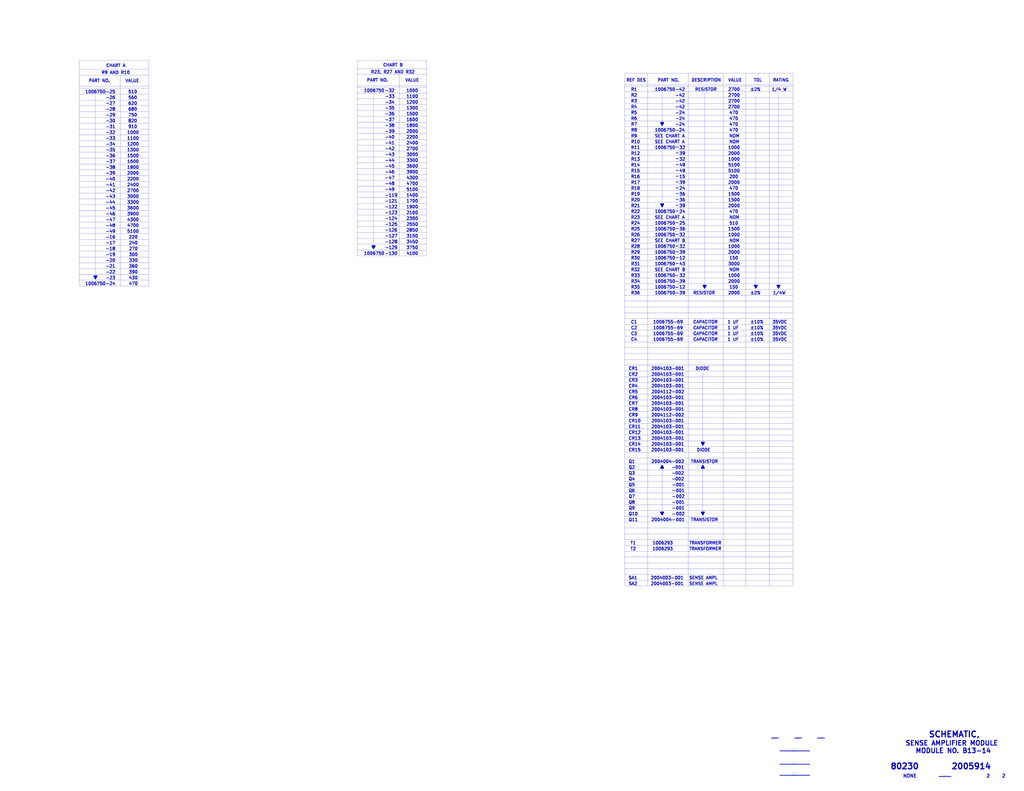
<source format=kicad_sch>
(kicad_sch (version 20211123) (generator eeschema)
  (paper "E")
  (polyline (pts (xy 86.36 93.98) (xy 162.56 93.98)) (stroke (width 0) (type solid)))
  (polyline (pts (xy 389.89 107.95) (xy 465.455 107.95)) (stroke (width 0) (type solid)))
  (polyline (pts (xy 681.99 151.13) (xy 865.505 151.13)) (stroke (width 0) (type solid)))
  (polyline (pts (xy 102.87 301.625) (xy 105.41 301.625)) (stroke (width 1.524) (type solid)))
  (polyline (pts (xy 681.99 468.63) (xy 865.505 468.63)) (stroke (width 0) (type solid)))
  (polyline (pts (xy 105.41 301.625) (xy 104.14 304.165)) (stroke (width 1.524) (type solid)))
  (polyline (pts (xy 681.99 563.88) (xy 865.505 563.88)) (stroke (width 0) (type solid)))
  (polyline (pts (xy 681.99 557.53) (xy 865.505 557.53)) (stroke (width 0) (type solid)))
  (polyline (pts (xy 389.89 158.75) (xy 465.455 158.75)) (stroke (width 0) (type solid)))
  (polyline (pts (xy 681.99 119.38) (xy 865.505 119.38)) (stroke (width 0) (type solid)))
  (polyline (pts (xy 86.36 185.42) (xy 162.56 185.42)) (stroke (width 0) (type solid)))
  (polyline (pts (xy 389.89 254) (xy 465.455 254)) (stroke (width 0) (type solid)))
  (polyline (pts (xy 681.99 284.48) (xy 865.505 284.48)) (stroke (width 0) (type solid)))
  (polyline (pts (xy 681.99 322.58) (xy 865.505 322.58)) (stroke (width 0) (type solid)))
  (polyline (pts (xy 389.89 101.6) (xy 465.455 101.6)) (stroke (width 0) (type solid)))
  (polyline (pts (xy 389.89 177.8) (xy 465.455 177.8)) (stroke (width 0) (type solid)))
  (polyline (pts (xy 848.36 311.785) (xy 850.9 311.785)) (stroke (width 1.524) (type solid)))
  (polyline (pts (xy 389.89 247.65) (xy 465.455 247.65)) (stroke (width 0) (type solid)))
  (polyline (pts (xy 843.7626 807.0596) (xy 845.6676 804.5196)) (stroke (width 0) (type solid)))
  (polyline (pts (xy 86.36 121.92) (xy 162.56 121.92)) (stroke (width 0) (type solid)))
  (polyline (pts (xy 681.99 290.83) (xy 865.505 290.83)) (stroke (width 0) (type solid)))
  (polyline (pts (xy 389.89 234.95) (xy 465.455 234.95)) (stroke (width 0) (type solid)))
  (polyline (pts (xy 722.63 165.1) (xy 722.63 226.06)) (stroke (width 0) (type solid)))
  (polyline (pts (xy 681.99 163.83) (xy 865.505 163.83)) (stroke (width 0) (type solid)))
  (polyline (pts (xy 86.36 147.32) (xy 162.56 147.32)) (stroke (width 0) (type solid)))
  (polyline (pts (xy 86.36 179.07) (xy 162.56 179.07)) (stroke (width 0) (type solid)))
  (polyline (pts (xy 86.36 153.67) (xy 162.56 153.67)) (stroke (width 0) (type solid)))
  (polyline (pts (xy 681.99 621.03) (xy 865.505 621.03)) (stroke (width 0) (type solid)))
  (polyline (pts (xy 865.9876 821.6646) (xy 869.1626 817.2196)) (stroke (width 0) (type solid)))
  (polyline (pts (xy 681.99 328.93) (xy 865.505 328.93)) (stroke (width 0) (type solid)))
  (polyline (pts (xy 789.305 80.01) (xy 789.305 640.08)) (stroke (width 0) (type solid)))
  (polyline (pts (xy 681.99 627.38) (xy 865.505 627.38)) (stroke (width 0) (type solid)))
  (polyline (pts (xy 863.4476 836.2696) (xy 866.6226 831.8246)) (stroke (width 0) (type solid)))
  (polyline (pts (xy 104.14 304.8) (xy 104.14 104.14)) (stroke (width 0) (type solid)))
  (polyline (pts (xy 681.99 170.18) (xy 865.505 170.18)) (stroke (width 0) (type solid)))
  (polyline (pts (xy 681.99 443.23) (xy 865.505 443.23)) (stroke (width 0) (type solid)))
  (polyline (pts (xy 86.36 198.12) (xy 162.56 198.12)) (stroke (width 0) (type solid)))
  (polyline (pts (xy 1029.8176 848.9696) (xy 1032.3576 846.4296)) (stroke (width 0) (type solid)))
  (polyline (pts (xy 86.36 166.37) (xy 162.56 166.37)) (stroke (width 0) (type solid)))
  (polyline (pts (xy 681.99 398.78) (xy 865.505 398.78)) (stroke (width 0) (type solid)))
  (polyline (pts (xy 389.89 152.4) (xy 465.455 152.4)) (stroke (width 0) (type solid)))
  (polyline (pts (xy 389.89 95.25) (xy 465.455 95.25)) (stroke (width 0) (type solid)))
  (polyline (pts (xy 389.89 228.6) (xy 465.455 228.6)) (stroke (width 0) (type solid)))
  (polyline (pts (xy 86.36 223.52) (xy 162.56 223.52)) (stroke (width 0) (type solid)))
  (polyline (pts (xy 681.99 259.08) (xy 865.505 259.08)) (stroke (width 0) (type solid)))
  (polyline (pts (xy 86.36 96.52) (xy 162.56 96.52)) (stroke (width 0) (type solid)))
  (polyline (pts (xy 406.4 268.605) (xy 408.94 268.605)) (stroke (width 1.524) (type solid)))
  (polyline (pts (xy 865.505 640.08) (xy 865.505 80.01)) (stroke (width 0) (type solid)))
  (polyline (pts (xy 86.36 102.87) (xy 162.56 102.87)) (stroke (width 0) (type solid)))
  (polyline (pts (xy 389.89 273.05) (xy 465.455 273.05)) (stroke (width 0) (type solid)))
  (polyline (pts (xy 86.36 191.77) (xy 162.56 191.77)) (stroke (width 0) (type solid)))
  (polyline (pts (xy 86.36 287.02) (xy 162.56 287.02)) (stroke (width 0) (type solid)))
  (polyline (pts (xy 765.81 511.175) (xy 768.35 511.175)) (stroke (width 1.524) (type solid)))
  (polyline (pts (xy 681.99 347.98) (xy 865.505 347.98)) (stroke (width 0) (type solid)))
  (polyline (pts (xy 681.99 92.71) (xy 865.505 92.71)) (stroke (width 0) (type solid)))
  (polyline (pts (xy 681.99 532.13) (xy 865.505 532.13)) (stroke (width 0) (type solid)))
  (polyline (pts (xy 86.36 160.02) (xy 162.56 160.02)) (stroke (width 0) (type solid)))
  (polyline (pts (xy 681.99 449.58) (xy 865.505 449.58)) (stroke (width 0) (type solid)))
  (polyline (pts (xy 86.36 306.07) (xy 162.56 306.07)) (stroke (width 0) (type solid)))
  (polyline (pts (xy 765.81 483.235) (xy 768.35 483.235)) (stroke (width 1.524) (type solid)))
  (polyline (pts (xy 86.36 66.04) (xy 162.56 66.04)) (stroke (width 0) (type solid)))
  (polyline (pts (xy 681.99 271.78) (xy 865.505 271.78)) (stroke (width 0) (type solid)))
  (polyline (pts (xy 681.99 240.03) (xy 865.505 240.03)) (stroke (width 0) (type solid)))
  (polyline (pts (xy 389.89 266.7) (xy 465.455 266.7)) (stroke (width 0) (type solid)))
  (polyline (pts (xy 681.99 614.68) (xy 865.505 614.68)) (stroke (width 0) (type solid)))
  (polyline (pts (xy 849.63 101.6) (xy 849.63 314.96)) (stroke (width 0) (type solid)))
  (polyline (pts (xy 86.36 255.27) (xy 162.56 255.27)) (stroke (width 0) (type solid)))
  (polyline (pts (xy 894.5626 807.0596) (xy 896.4676 804.5196)) (stroke (width 0) (type solid)))
  (polyline (pts (xy 407.67 271.78) (xy 407.67 102.87)) (stroke (width 0) (type solid)))
  (polyline (pts (xy 768.35 559.435) (xy 767.08 561.975)) (stroke (width 1.524) (type solid)))
  (polyline (pts (xy 723.9 222.885) (xy 722.63 225.425)) (stroke (width 1.524) (type solid)))
  (polyline (pts (xy 86.36 140.97) (xy 162.56 140.97)) (stroke (width 0) (type solid)))
  (polyline (pts (xy 722.63 136.525) (xy 721.36 133.985)) (stroke (width 1.524) (type solid)))
  (polyline (pts (xy 389.89 66.04) (xy 389.89 279.4)) (stroke (width 0) (type solid)))
  (polyline (pts (xy 408.94 268.605) (xy 407.67 271.145)) (stroke (width 1.524) (type solid)))
  (polyline (pts (xy 389.89 74.93) (xy 465.455 74.93)) (stroke (width 0) (type solid)))
  (polyline (pts (xy 845.0326 807.0596) (xy 846.9376 804.5196)) (stroke (width 0) (type solid)))
  (polyline (pts (xy 768.35 483.235) (xy 767.08 485.775)) (stroke (width 1.524) (type solid)))
  (polyline (pts (xy 681.99 525.78) (xy 865.505 525.78)) (stroke (width 0) (type solid)))
  (polyline (pts (xy 767.08 485.775) (xy 765.81 483.235)) (stroke (width 1.524) (type solid)))
  (polyline (pts (xy 681.99 220.98) (xy 865.505 220.98)) (stroke (width 0) (type solid)))
  (polyline (pts (xy 435.61 81.28) (xy 435.61 279.4)) (stroke (width 0) (type solid)))
  (polyline (pts (xy 681.99 494.03) (xy 865.505 494.03)) (stroke (width 0) (type solid)))
  (polyline (pts (xy 86.36 66.04) (xy 86.36 312.42)) (stroke (width 0) (type solid)))
  (polyline (pts (xy 389.89 120.65) (xy 465.455 120.65)) (stroke (width 0) (type solid)))
  (polyline (pts (xy 86.36 217.17) (xy 162.56 217.17)) (stroke (width 0) (type solid)))
  (polyline (pts (xy 751.205 640.08) (xy 751.205 80.01)) (stroke (width 0) (type solid)))
  (polyline (pts (xy 681.99 309.88) (xy 865.505 309.88)) (stroke (width 0) (type solid)))
  (polyline (pts (xy 389.89 66.04) (xy 465.455 66.04)) (stroke (width 0) (type solid)))
  (polyline (pts (xy 681.99 360.68) (xy 865.505 360.68)) (stroke (width 0) (type solid)))
  (polyline (pts (xy 681.99 386.08) (xy 865.505 386.08)) (stroke (width 0) (type solid)))
  (polyline (pts (xy 681.99 195.58) (xy 865.505 195.58)) (stroke (width 0) (type solid)))
  (polyline (pts (xy 389.89 203.2) (xy 465.455 203.2)) (stroke (width 0) (type solid)))
  (polyline (pts (xy 681.99 551.18) (xy 865.505 551.18)) (stroke (width 0) (type solid)))
  (polyline (pts (xy 768.985 101.6) (xy 768.985 314.96)) (stroke (width 0) (type solid)))
  (polyline (pts (xy 681.99 176.53) (xy 865.505 176.53)) (stroke (width 0) (type solid)))
  (polyline (pts (xy 871.0676 807.0596) (xy 872.9726 804.5196)) (stroke (width 0) (type solid)))
  (polyline (pts (xy 681.99 411.48) (xy 865.505 411.48)) (stroke (width 0) (type solid)))
  (polyline (pts (xy 681.99 93.98) (xy 865.505 93.98)) (stroke (width 0) (type solid)))
  (polyline (pts (xy 104.14 304.165) (xy 102.87 301.625)) (stroke (width 1.524) (type solid)))
  (polyline (pts (xy 814.07 640.08) (xy 814.07 80.01)) (stroke (width 0) (type solid)))
  (polyline (pts (xy 722.63 508.635) (xy 721.36 511.175)) (stroke (width 1.524) (type solid)))
  (polyline (pts (xy 681.99 640.08) (xy 865.505 640.08)) (stroke (width 0) (type solid)))
  (polyline (pts (xy 389.89 196.85) (xy 465.455 196.85)) (stroke (width 0) (type solid)))
  (polyline (pts (xy 768.35 511.175) (xy 767.08 508.635)) (stroke (width 1.524) (type solid)))
  (polyline (pts (xy 86.36 204.47) (xy 162.56 204.47)) (stroke (width 0) (type solid)))
  (polyline (pts (xy 681.99 214.63) (xy 865.505 214.63)) (stroke (width 0) (type solid)))
  (polyline (pts (xy 389.89 184.15) (xy 465.455 184.15)) (stroke (width 0) (type solid)))
  (polyline (pts (xy 826.135 311.785) (xy 824.865 314.325)) (stroke (width 1.524) (type solid)))
  (polyline (pts (xy 389.89 165.1) (xy 465.455 165.1)) (stroke (width 0) (type solid)))
  (polyline (pts (xy 389.89 279.4) (xy 465.455 279.4)) (stroke (width 0) (type solid)))
  (polyline (pts (xy 86.36 75.565) (xy 162.56 75.565)) (stroke (width 0) (type solid)))
  (polyline (pts (xy 86.36 267.97) (xy 162.56 267.97)) (stroke (width 0) (type solid)))
  (polyline (pts (xy 681.99 430.53) (xy 865.505 430.53)) (stroke (width 0) (type solid)))
  (polyline (pts (xy 681.99 595.63) (xy 865.505 595.63)) (stroke (width 0) (type solid)))
  (polyline (pts (xy 162.56 66.04) (xy 162.56 312.42)) (stroke (width 0) (type solid)))
  (polyline (pts (xy 86.36 248.92) (xy 162.56 248.92)) (stroke (width 0) (type solid)))
  (polyline (pts (xy 86.36 115.57) (xy 162.56 115.57)) (stroke (width 0) (type solid)))
  (polyline (pts (xy 681.99 474.98) (xy 865.505 474.98)) (stroke (width 0) (type solid)))
  (polyline (pts (xy 86.36 299.72) (xy 162.56 299.72)) (stroke (width 0) (type solid)))
  (polyline (pts (xy 681.99 189.23) (xy 865.505 189.23)) (stroke (width 0) (type solid)))
  (polyline (pts (xy 681.99 265.43) (xy 865.505 265.43)) (stroke (width 0) (type solid)))
  (polyline (pts (xy 767.08 407.035) (xy 767.08 486.41)) (stroke (width 0) (type solid)))
  (polyline (pts (xy 681.99 278.13) (xy 865.505 278.13)) (stroke (width 0) (type solid)))
  (polyline (pts (xy 681.99 138.43) (xy 865.505 138.43)) (stroke (width 0) (type solid)))
  (polyline (pts (xy 681.99 506.73) (xy 865.505 506.73)) (stroke (width 0) (type solid)))
  (polyline (pts (xy 770.255 311.785) (xy 768.985 314.325)) (stroke (width 1.524) (type solid)))
  (polyline (pts (xy 389.89 81.28) (xy 465.455 81.28)) (stroke (width 0) (type solid)))
  (polyline (pts (xy 86.36 242.57) (xy 162.56 242.57)) (stroke (width 0) (type solid)))
  (polyline (pts (xy 722.63 225.425) (xy 721.36 222.885)) (stroke (width 1.524) (type solid)))
  (polyline (pts (xy 681.99 125.73) (xy 865.505 125.73)) (stroke (width 0) (type solid)))
  (polyline (pts (xy 86.36 109.22) (xy 162.56 109.22)) (stroke (width 0) (type solid)))
  (polyline (pts (xy 86.36 236.22) (xy 162.56 236.22)) (stroke (width 0) (type solid)))
  (polyline (pts (xy 681.99 417.83) (xy 865.505 417.83)) (stroke (width 0) (type solid)))
  (polyline (pts (xy 389.89 114.3) (xy 465.455 114.3)) (stroke (width 0) (type solid)))
  (polyline (pts (xy 823.595 311.785) (xy 826.135 311.785)) (stroke (width 1.524) (type solid)))
  (polyline (pts (xy 407.67 271.145) (xy 406.4 268.605)) (stroke (width 1.524) (type solid)))
  (polyline (pts (xy 389.89 171.45) (xy 465.455 171.45)) (stroke (width 0) (type solid)))
  (polyline (pts (xy 86.36 229.87) (xy 162.56 229.87)) (stroke (width 0) (type solid)))
  (polyline (pts (xy 389.89 215.9) (xy 465.455 215.9)) (stroke (width 0) (type solid)))
  (polyline (pts (xy 681.99 570.23) (xy 865.505 570.23)) (stroke (width 0) (type solid)))
  (polyline (pts (xy 86.36 134.62) (xy 162.56 134.62)) (stroke (width 0) (type solid)))
  (polyline (pts (xy 131.445 312.42) (xy 131.445 81.915)) (stroke (width 0) (type solid)))
  (polyline (pts (xy 824.865 314.325) (xy 823.595 311.785)) (stroke (width 1.524) (type solid)))
  (polyline (pts (xy 681.99 481.33) (xy 865.505 481.33)) (stroke (width 0) (type solid)))
  (polyline (pts (xy 681.99 424.18) (xy 865.505 424.18)) (stroke (width 0) (type solid)))
  (polyline (pts (xy 681.99 392.43) (xy 865.505 392.43)) (stroke (width 0) (type solid)))
  (polyline (pts (xy 863.4476 821.6646) (xy 866.6226 817.2196)) (stroke (width 0) (type solid)))
  (polyline (pts (xy 681.99 455.93) (xy 865.505 455.93)) (stroke (width 0) (type solid)))
  (polyline (pts (xy 681.99 252.73) (xy 865.505 252.73)) (stroke (width 0) (type solid)))
  (polyline (pts (xy 86.36 81.915) (xy 162.56 81.915)) (stroke (width 0) (type solid)))
  (polyline (pts (xy 681.99 100.33) (xy 865.505 100.33)) (stroke (width 0) (type solid)))
  (polyline (pts (xy 389.89 93.345) (xy 465.455 93.345)) (stroke (width 0) (type solid)))
  (polyline (pts (xy 681.99 462.28) (xy 865.505 462.28)) (stroke (width 0) (type solid)))
  (polyline (pts (xy 681.99 144.78) (xy 865.505 144.78)) (stroke (width 0) (type solid)))
  (polyline (pts (xy 389.89 190.5) (xy 465.455 190.5)) (stroke (width 0) (type solid)))
  (polyline (pts (xy 721.36 133.985) (xy 723.9 133.985)) (stroke (width 1.524) (type solid)))
  (polyline (pts (xy 768.985 314.325) (xy 767.715 311.785)) (stroke (width 1.524) (type solid)))
  (polyline (pts (xy 681.99 538.48) (xy 865.505 538.48)) (stroke (width 0) (type solid)))
  (polyline (pts (xy 86.36 274.32) (xy 162.56 274.32)) (stroke (width 0) (type solid)))
  (polyline (pts (xy 850.9 311.785) (xy 849.63 314.325)) (stroke (width 1.524) (type solid)))
  (polyline (pts (xy 389.89 146.05) (xy 465.455 146.05)) (stroke (width 0) (type solid)))
  (polyline (pts (xy 723.9 511.175) (xy 722.63 508.635)) (stroke (width 1.524) (type solid)))
  (polyline (pts (xy 849.63 314.325) (xy 848.36 311.785)) (stroke (width 1.524) (type solid)))
  (polyline (pts (xy 681.99 633.73) (xy 865.505 633.73)) (stroke (width 0) (type solid)))
  (polyline (pts (xy 681.99 608.33) (xy 865.505 608.33)) (stroke (width 0) (type solid)))
  (polyline (pts (xy 721.36 511.175) (xy 723.9 511.175)) (stroke (width 1.524) (type solid)))
  (polyline (pts (xy 723.9 559.435) (xy 722.63 561.975)) (stroke (width 1.524) (type solid)))
  (polyline (pts (xy 681.99 576.58) (xy 865.505 576.58)) (stroke (width 0) (type solid)))
  (polyline (pts (xy 465.455 279.4) (xy 465.455 66.04)) (stroke (width 0) (type solid)))
  (polyline (pts (xy 723.9 133.985) (xy 722.63 136.525)) (stroke (width 1.524) (type solid)))
  (polyline (pts (xy 681.99 227.33) (xy 865.505 227.33)) (stroke (width 0) (type solid)))
  (polyline (pts (xy 681.99 379.73) (xy 865.505 379.73)) (stroke (width 0) (type solid)))
  (polyline (pts (xy 681.99 106.68) (xy 865.505 106.68)) (stroke (width 0) (type solid)))
  (polyline (pts (xy 681.99 373.38) (xy 865.505 373.38)) (stroke (width 0) (type solid)))
  (polyline (pts (xy 721.36 559.435) (xy 723.9 559.435)) (stroke (width 1.524) (type solid)))
  (polyline (pts (xy 681.99 132.08) (xy 865.505 132.08)) (stroke (width 0) (type solid)))
  (polyline (pts (xy 86.36 128.27) (xy 162.56 128.27)) (stroke (width 0) (type solid)))
  (polyline (pts (xy 895.8326 807.0596) (xy 897.7376 804.5196)) (stroke (width 0) (type solid)))
  (polyline (pts (xy 865.9876 836.2696) (xy 869.1626 831.8246)) (stroke (width 0) (type solid)))
  (polyline (pts (xy 389.89 133.35) (xy 465.455 133.35)) (stroke (width 0) (type solid)))
  (polyline (pts (xy 86.36 293.37) (xy 162.56 293.37)) (stroke (width 0) (type solid)))
  (polyline (pts (xy 86.36 261.62) (xy 162.56 261.62)) (stroke (width 0) (type solid)))
  (polyline (pts (xy 869.7976 807.0596) (xy 871.7026 804.5196)) (stroke (width 0) (type solid)))
  (polyline (pts (xy 681.99 513.08) (xy 865.505 513.08)) (stroke (width 0) (type solid)))
  (polyline (pts (xy 722.63 561.975) (xy 721.36 559.435)) (stroke (width 1.524) (type solid)))
  (polyline (pts (xy 681.99 113.03) (xy 865.505 113.03)) (stroke (width 0) (type solid)))
  (polyline (pts (xy 389.89 222.25) (xy 465.455 222.25)) (stroke (width 0) (type solid)))
  (polyline (pts (xy 681.99 341.63) (xy 865.505 341.63)) (stroke (width 0) (type solid)))
  (polyline (pts (xy 721.36 222.885) (xy 723.9 222.885)) (stroke (width 1.524) (type solid)))
  (polyline (pts (xy 681.99 201.93) (xy 865.505 201.93)) (stroke (width 0) (type solid)))
  (polyline (pts (xy 86.36 280.67) (xy 162.56 280.67)) (stroke (width 0) (type solid)))
  (polyline (pts (xy 681.99 182.88) (xy 865.505 182.88)) (stroke (width 0) (type solid)))
  (polyline (pts (xy 389.89 260.35) (xy 465.455 260.35)) (stroke (width 0) (type solid)))
  (polyline (pts (xy 86.36 172.72) (xy 162.56 172.72)) (stroke (width 0) (type solid)))
  (polyline (pts (xy 389.89 127) (xy 465.455 127)) (stroke (width 0) (type solid)))
  (polyline (pts (xy 86.36 210.82) (xy 162.56 210.82)) (stroke (width 0) (type solid)))
  (polyline (pts (xy 389.89 241.3) (xy 465.455 241.3)) (stroke (width 0) (type solid)))
  (polyline (pts (xy 706.755 640.08) (xy 706.755 80.01)) (stroke (width 0) (type solid)))
  (polyline (pts (xy 389.89 209.55) (xy 465.455 209.55)) (stroke (width 0) (type solid)))
  (polyline (pts (xy 681.99 80.01) (xy 681.99 640.08)) (stroke (width 0) (type solid)))
  (polyline (pts (xy 681.99 335.28) (xy 865.505 335.28)) (stroke (width 0) (type solid)))
  (polyline (pts (xy 767.08 561.975) (xy 765.81 559.435)) (stroke (width 1.524) (type solid)))
  (polyline (pts (xy 681.99 246.38) (xy 865.505 246.38)) (stroke (width 0) (type solid)))
  (polyline (pts (xy 765.81 559.435) (xy 768.35 559.435)) (stroke (width 1.524) (type solid)))
  (polyline (pts (xy 767.08 508.635) (xy 767.08 562.61)) (stroke (width 0) (type solid)))
  (polyline (pts (xy 722.63 508.635) (xy 722.63 562.61)) (stroke (width 0) (type solid)))
  (polyline (pts (xy 681.99 601.98) (xy 865.505 601.98)) (stroke (width 0) (type solid)))
  (polyline (pts (xy 681.99 544.83) (xy 865.505 544.83)) (stroke (width 0) (type solid)))
  (polyline (pts (xy 865.9876 848.3346) (xy 869.1626 843.8896)) (stroke (width 0) (type solid)))
  (polyline (pts (xy 681.99 316.23) (xy 865.505 316.23)) (stroke (width 0) (type solid)))
  (polyline (pts (xy 824.865 314.96) (xy 824.865 101.6)) (stroke (width 0) (type solid)))
  (polyline (pts (xy 681.99 589.28) (xy 865.505 589.28)) (stroke (width 0) (type solid)))
  (polyline (pts (xy 767.08 508.635) (xy 765.81 511.175)) (stroke (width 1.524) (type solid)))
  (polyline (pts (xy 681.99 582.93) (xy 865.505 582.93)) (stroke (width 0) (type solid)))
  (polyline (pts (xy 863.4476 848.3346) (xy 866.6226 843.8896)) (stroke (width 0) (type solid)))
  (polyline (pts (xy 681.99 487.68) (xy 865.505 487.68)) (stroke (width 0) (type solid)))
  (polyline (pts (xy 681.99 208.28) (xy 865.505 208.28)) (stroke (width 0) (type solid)))
  (polyline (pts (xy 681.99 367.03) (xy 865.505 367.03)) (stroke (width 0) (type solid)))
  (polyline (pts (xy 681.99 233.68) (xy 865.505 233.68)) (stroke (width 0) (type solid)))
  (polyline (pts (xy 681.99 297.18) (xy 865.505 297.18)) (stroke (width 0) (type solid)))
  (polyline (pts (xy 722.63 101.6) (xy 722.63 136.525)) (stroke (width 0) (type solid)))
  (polyline (pts (xy 681.99 80.01) (xy 865.505 80.01)) (stroke (width 0) (type solid)))
  (polyline (pts (xy 767.715 311.785) (xy 770.255 311.785)) (stroke (width 1.524) (type solid)))
  (polyline (pts (xy 86.36 312.42) (xy 162.56 312.42)) (stroke (width 0) (type solid)))
  (polyline (pts (xy 681.99 405.13) (xy 865.505 405.13)) (stroke (width 0) (type solid)))
  (polyline (pts (xy 681.99 354.33) (xy 865.505 354.33)) (stroke (width 0) (type solid)))
  (polyline (pts (xy 681.99 157.48) (xy 865.505 157.48)) (stroke (width 0) (type solid)))
  (polyline (pts (xy 681.99 436.88) (xy 865.505 436.88)) (stroke (width 0) (type solid)))
  (polyline (pts (xy 681.99 519.43) (xy 865.505 519.43)) (stroke (width 0) (type solid)))
  (polyline (pts (xy 839.47 80.01) (xy 839.47 640.08)) (stroke (width 0) (type solid)))
  (polyline (pts (xy 681.99 303.53) (xy 865.505 303.53)) (stroke (width 0) (type solid)))
  (polyline (pts (xy 389.89 139.7) (xy 465.455 139.7)) (stroke (width 0) (type solid)))
  (polyline (pts (xy 681.99 500.38) (xy 865.505 500.38)) (stroke (width 0) (type solid)))
  (text "-34" (at 419.735 113.665 0) (effects (font (size 3.302 3.302) (thickness 0.6604) bold) (justify left bottom)))
  (text "5100" (at 794.385 182.245 0) (effects (font (size 3.302 3.302) (thickness 0.6604) bold) (justify left bottom)))
  (text "4100" (at 443.23 278.765 0) (effects (font (size 3.302 3.302) (thickness 0.6604) bold) (justify left bottom)))
  (text "R4" (at 688.34 118.745 0) (effects (font (size 3.302 3.302) (thickness 0.6604) bold) (justify left bottom)))
  (text "1 UF" (at 793.75 353.695 0) (effects (font (size 3.302 3.302) (thickness 0.6604) bold) (justify left bottom)))
  (text "1700" (at 443.23 221.615 0) (effects (font (size 3.302 3.302) (thickness 0.6604) bold) (justify left bottom)))
  (text "R15" (at 688.34 188.595 0) (effects (font (size 3.302 3.302) (thickness 0.6604) bold) (justify left bottom)))
  (text "1006750-" (at 714.375 321.945 0) (effects (font (size 3.302 3.302) (thickness 0.6604) bold) (justify left bottom)))
  (text "-36" (at 114.935 172.085 0) (effects (font (size 3.302 3.302) (thickness 0.6604) bold) (justify left bottom)))
  (text "2400" (at 138.43 203.835 0) (effects (font (size 3.302 3.302) (thickness 0.6604) bold) (justify left bottom)))
  (text "SENSE AMPLIFIER MODULE" (at 987.9076 814.6796 0) (effects (font (size 5.08 5.08) (thickness 1.016) bold) (justify left bottom)))
  (text "1006750" (at 396.875 278.765 0) (effects (font (size 3.302 3.302) (thickness 0.6604) bold) (justify left bottom)))
  (text "Q5" (at 685.8 531.495 0) (effects (font (size 3.302 3.302) (thickness 0.6604) bold) (justify left bottom)))
  (text "-126" (at 419.735 253.365 0) (effects (font (size 3.302 3.302) (thickness 0.6604) bold) (justify left bottom)))
  (text "1000" (at 794.385 163.195 0) (effects (font (size 3.302 3.302) (thickness 0.6604) bold) (justify left bottom)))
  (text "R7" (at 688.34 137.795 0) (effects (font (size 3.302 3.302) (thickness 0.6604) bold) (justify left bottom)))
  (text "1500" (at 794.385 220.345 0) (effects (font (size 3.302 3.302) (thickness 0.6604) bold) (justify left bottom)))
  (text "-" (at 736.6 175.26 0) (effects (font (size 3.302 3.302) (thickness 0.6604) bold) (justify left bottom)))
  (text "TRANSISTOR" (at 753.745 506.095 0) (effects (font (size 3.302 3.302) (thickness 0.6604) bold) (justify left bottom)))
  (text "-20" (at 114.935 286.385 0) (effects (font (size 3.302 3.302) (thickness 0.6604) bold) (justify left bottom)))
  (text "1000" (at 138.43 146.685 0) (effects (font (size 3.302 3.302) (thickness 0.6604) bold) (justify left bottom)))
  (text "-39" (at 419.735 145.415 0) (effects (font (size 3.302 3.302) (thickness 0.6604) bold) (justify left bottom)))
  (text "1100" (at 443.23 107.315 0) (effects (font (size 3.302 3.302) (thickness 0.6604) bold) (justify left bottom)))
  (text "-28" (at 114.935 121.285 0) (effects (font (size 3.302 3.302) (thickness 0.6604) bold) (justify left bottom)))
  (text "2000" (at 794.385 201.295 0) (effects (font (size 3.302 3.302) (thickness 0.6604) bold) (justify left bottom)))
  (text "-" (at 736.6 226.06 0) (effects (font (size 3.302 3.302) (thickness 0.6604) bold) (justify left bottom)))
  (text "SENSE AMPL" (at 751.84 639.445 0) (effects (font (size 3.302 3.302) (thickness 0.6604) bold) (justify left bottom)))
  (text "TRANSFORMER" (at 751.84 594.995 0) (effects (font (size 3.302 3.302) (thickness 0.6604) bold) (justify left bottom)))
  (text "-43" (at 114.935 216.535 0) (effects (font (size 3.302 3.302) (thickness 0.6604) bold) (justify left bottom)))
  (text "-" (at 736.6 289.56 0) (effects (font (size 3.302 3.302) (thickness 0.6604) bold) (justify left bottom)))
  (text "R23, R27 AND R32" (at 404.495 80.645 0) (effects (font (size 3.302 3.302) (thickness 0.6604) bold) (justify left bottom)))
  (text "330" (at 140.335 286.385 0) (effects (font (size 3.302 3.302) (thickness 0.6604) bold) (justify left bottom)))
  (text "470" (at 795.655 131.445 0) (effects (font (size 3.302 3.302) (thickness 0.6604) bold) (justify left bottom)))
  (text "R24" (at 688.34 245.745 0) (effects (font (size 3.302 3.302) (thickness 0.6604) bold) (justify left bottom)))
  (text "-" (at 732.79 518.795 0) (effects (font (size 3.302 3.302) (thickness 0.6604) bold) (justify left bottom)))
  (text "1006755-69" (at 712.47 372.745 0) (effects (font (size 3.302 3.302) (thickness 0.6604) bold) (justify left bottom)))
  (text "___" (at 866.6226 806.4246 0) (effects (font (size 3.556 3.556) (thickness 0.7112) bold) (justify left bottom)))
  (text "-18" (at 114.935 273.685 0) (effects (font (size 3.302 3.302) (thickness 0.6604) bold) (justify left bottom)))
  (text "1500" (at 443.23 126.365 0) (effects (font (size 3.302 3.302) (thickness 0.6604) bold) (justify left bottom)))
  (text "-" (at 736.6 162.56 0) (effects (font (size 3.302 3.302) (thickness 0.6604) bold) (justify left bottom)))
  (text "32" (at 741.045 163.195 0) (effects (font (size 3.302 3.302) (thickness 0.6604) bold) (justify left bottom)))
  (text "-36" (at 419.735 126.365 0) (effects (font (size 3.302 3.302) (thickness 0.6604) bold) (justify left bottom)))
  (text "-" (at 736.6 181.61 0) (effects (font (size 3.302 3.302) (thickness 0.6604) bold) (justify left bottom)))
  (text "49" (at 741.045 182.245 0) (effects (font (size 3.302 3.302) (thickness 0.6604) bold) (justify left bottom)))
  (text "SEE CHART A" (at 714.375 239.395 0) (effects (font (size 3.302 3.302) (thickness 0.6604) bold) (justify left bottom)))
  (text "-34" (at 114.935 159.385 0) (effects (font (size 3.302 3.302) (thickness 0.6604) bold) (justify left bottom)))
  (text "-47" (at 114.935 241.935 0) (effects (font (size 3.302 3.302) (thickness 0.6604) bold) (justify left bottom)))
  (text "12" (at 741.045 315.595 0) (effects (font (size 3.302 3.302) (thickness 0.6604) bold) (justify left bottom)))
  (text "1006755-69" (at 712.47 353.695 0) (effects (font (size 3.302 3.302) (thickness 0.6604) bold) (justify left bottom)))
  (text "_____" (at 1024.1026 848.3346 0) (effects (font (size 3.556 3.556) (thickness 0.7112) bold) (justify left bottom)))
  (text "4300" (at 443.23 196.215 0) (effects (font (size 3.302 3.302) (thickness 0.6604) bold) (justify left bottom)))
  (text "-39" (at 114.935 191.135 0) (effects (font (size 3.302 3.302) (thickness 0.6604) bold) (justify left bottom)))
  (text "-49" (at 114.935 254.635 0) (effects (font (size 3.302 3.302) (thickness 0.6604) bold) (justify left bottom)))
  (text "4300" (at 138.43 241.935 0) (effects (font (size 3.302 3.302) (thickness 0.6604) bold) (justify left bottom)))
  (text "24" (at 741.045 207.645 0) (effects (font (size 3.302 3.302) (thickness 0.6604) bold) (justify left bottom)))
  (text "2004112-002" (at 710.565 455.295 0) (effects (font (size 3.302 3.302) (thickness 0.6604) bold) (justify left bottom)))
  (text "3300" (at 138.43 222.885 0) (effects (font (size 3.302 3.302) (thickness 0.6604) bold) (justify left bottom)))
  (text "2550" (at 443.23 247.015 0) (effects (font (size 3.302 3.302) (thickness 0.6604) bold) (justify left bottom)))
  (text "910" (at 139.7 140.335 0) (effects (font (size 3.302 3.302) (thickness 0.6604) bold) (justify left bottom)))
  (text "-31" (at 114.935 140.335 0) (effects (font (size 3.302 3.302) (thickness 0.6604) bold) (justify left bottom)))
  (text "-128" (at 419.735 266.065 0) (effects (font (size 3.302 3.302) (thickness 0.6604) bold) (justify left bottom)))
  (text "-35" (at 419.735 120.015 0) (effects (font (size 3.302 3.302) (thickness 0.6604) bold) (justify left bottom)))
  (text "NOM" (at 795.655 264.795 0) (effects (font (size 3.302 3.302) (thickness 0.6604) bold) (justify left bottom)))
  (text "C2" (at 688.34 360.045 0) (effects (font (size 3.302 3.302) (thickness 0.6604) bold) (justify left bottom)))
  (text "35VDC" (at 842.645 366.395 0) (effects (font (size 3.302 3.302) (thickness 0.6604) bold) (justify left bottom)))
  (text "-" (at 736.6 276.86 0) (effects (font (size 3.302 3.302) (thickness 0.6604) bold) (justify left bottom)))
  (text "SEE CHART B" (at 714.375 264.795 0) (effects (font (size 3.302 3.302) (thickness 0.6604) bold) (justify left bottom)))
  (text "1006293" (at 711.835 594.995 0) (effects (font (size 3.302 3.302) (thickness 0.6604) bold) (justify left bottom)))
  (text "1000" (at 794.385 271.145 0) (effects (font (size 3.302 3.302) (thickness 0.6604) bold) (justify left bottom)))
  (text "2004103-001" (at 710.565 423.545 0) (effects (font (size 3.302 3.302) (thickness 0.6604) bold) (justify left bottom)))
  (text "-25" (at 114.935 102.235 0) (effects (font (size 3.302 3.302) (thickness 0.6604) bold) (justify left bottom)))
  (text "2000" (at 794.385 226.695 0) (effects (font (size 3.302 3.302) (thickness 0.6604) bold) (justify left bottom)))
  (text "1200" (at 138.43 159.385 0) (effects (font (size 3.302 3.302) (thickness 0.6604) bold) (justify left bottom)))
  (text "NOM" (at 795.655 156.845 0) (effects (font (size 3.302 3.302) (thickness 0.6604) bold) (justify left bottom)))
  (text "R30" (at 688.34 283.845 0) (effects (font (size 3.302 3.302) (thickness 0.6604) bold) (justify left bottom)))
  (text "1 UF" (at 793.75 366.395 0) (effects (font (size 3.302 3.302) (thickness 0.6604) bold) (justify left bottom)))
  (text "R12" (at 688.34 169.545 0) (effects (font (size 3.302 3.302) (thickness 0.6604) bold) (justify left bottom)))
  (text "CAPACITOR" (at 756.285 360.045 0) (effects (font (size 3.302 3.302) (thickness 0.6604) bold) (justify left bottom)))
  (text "2004003-001" (at 709.93 633.095 0) (effects (font (size 3.302 3.302) (thickness 0.6604) bold) (justify left bottom)))
  (text "NOM" (at 795.655 296.545 0) (effects (font (size 3.302 3.302) (thickness 0.6604) bold) (justify left bottom)))
  (text "820" (at 139.7 133.985 0) (effects (font (size 3.302 3.302) (thickness 0.6604) bold) (justify left bottom)))
  (text "REF DES" (at 683.26 89.535 0) (effects (font (size 3.302 3.302) (thickness 0.6604) bold) (justify left bottom)))
  (text "C1" (at 688.34 353.695 0) (effects (font (size 3.302 3.302) (thickness 0.6604) bold) (justify left bottom)))
  (text "-23" (at 114.935 305.435 0) (effects (font (size 3.302 3.302) (thickness 0.6604) bold) (justify left bottom)))
  (text "-42" (at 114.935 210.185 0) (effects (font (size 3.302 3.302) (thickness 0.6604) bold) (justify left bottom)))
  (text "2700" (at 794.385 99.695 0) (effects (font (size 3.302 3.302) (thickness 0.6604) bold) (justify left bottom)))
  (text "001" (at 737.235 537.845 0) (effects (font (size 3.302 3.302) (thickness 0.6604) bold) (justify left bottom)))
  (text "360" (at 140.335 292.735 0) (effects (font (size 3.302 3.302) (thickness 0.6604) bold) (justify left bottom)))
  (text "3750" (at 443.23 272.415 0) (effects (font (size 3.302 3.302) (thickness 0.6604) bold) (justify left bottom)))
  (text "150" (at 795.655 283.845 0) (effects (font (size 3.302 3.302) (thickness 0.6604) bold) (justify left bottom)))
  (text "MODULE NO. B13-14" (at 998.855 822.96 0) (effects (font (size 5.08 5.08) (thickness 1.016) bold) (justify left bottom)))
  (text "3300" (at 443.23 177.165 0) (effects (font (size 3.302 3.302) (thickness 0.6604) bold) (justify left bottom)))
  (text "2000" (at 794.385 277.495 0) (effects (font (size 3.302 3.302) (thickness 0.6604) bold) (justify left bottom)))
  (text "R11" (at 688.34 163.195 0) (effects (font (size 3.302 3.302) (thickness 0.6604) bold) (justify left bottom)))
  (text "1400" (at 443.23 215.265 0) (effects (font (size 3.302 3.302) (thickness 0.6604) bold) (justify left bottom)))
  (text "1300" (at 138.43 165.735 0) (effects (font (size 3.302 3.302) (thickness 0.6604) bold) (justify left bottom)))
  (text "Q9" (at 685.8 556.895 0) (effects (font (size 3.302 3.302) (thickness 0.6604) bold) (justify left bottom)))
  (text "-127" (at 419.735 259.715 0) (effects (font (size 3.302 3.302) (thickness 0.6604) bold) (justify left bottom)))
  (text "35VDC" (at 842.645 372.745 0) (effects (font (size 3.302 3.302) (thickness 0.6604) bold) (justify left bottom)))
  (text "200" (at 795.655 194.945 0) (effects (font (size 3.302 3.302) (thickness 0.6604) bold) (justify left bottom)))
  (text "CHART A" (at 115.57 73.66 0) (effects (font (size 3.302 3.302) (thickness 0.6604) bold) (justify left bottom)))
  (text "3900" (at 138.43 235.585 0) (effects (font (size 3.302 3.302) (thickness 0.6604) bold) (justify left bottom)))
  (text "-47" (at 419.735 196.215 0) (effects (font (size 3.302 3.302) (thickness 0.6604) bold) (justify left bottom)))
  (text "-" (at 736.6 270.51 0) (effects (font (size 3.302 3.302) (thickness 0.6604) bold) (justify left bottom)))
  (text "-" (at 736.6 257.81 0) (effects (font (size 3.302 3.302) (thickness 0.6604) bold) (justify left bottom)))
  (text "2850" (at 443.23 253.365 0) (effects (font (size 3.302 3.302) (thickness 0.6604) bold) (justify left bottom)))
  (text "-49" (at 419.735 208.915 0) (effects (font (size 3.302 3.302) (thickness 0.6604) bold) (justify left bottom)))
  (text "3600" (at 443.23 183.515 0) (effects (font (size 3.302 3.302) (thickness 0.6604) bold) (justify left bottom)))
  (text "1006750" (at 396.875 100.965 0) (effects (font (size 3.302 3.302) (thickness 0.6604) bold) (justify left bottom)))
  (text "-16" (at 114.935 260.985 0) (effects (font (size 3.302 3.302) (thickness 0.6604) bold) (justify left bottom)))
  (text "1500" (at 138.43 172.085 0) (effects (font (size 3.302 3.302) (thickness 0.6604) bold) (justify left bottom)))
  (text "470" (at 795.655 207.645 0) (effects (font (size 3.302 3.302) (thickness 0.6604) bold) (justify left bottom)))
  (text "-46" (at 114.935 235.585 0) (effects (font (size 3.302 3.302) (thickness 0.6604) bold) (justify left bottom)))
  (text "R18" (at 688.34 207.645 0) (effects (font (size 3.302 3.302) (thickness 0.6604) bold) (justify left bottom)))
  (text "2004103-001" (at 710.565 493.395 0) (effects (font (size 3.302 3.302) (thickness 0.6604) bold) (justify left bottom)))
  (text "RATING" (at 843.28 89.535 0) (effects (font (size 3.302 3.302) (thickness 0.6604) bold) (justify left bottom)))
  (text "RESISTOR" (at 756.285 321.945 0) (effects (font (size 3.302 3.302) (thickness 0.6604) bold) (justify left bottom)))
  (text "-" (at 736.6 200.66 0) (effects (font (size 3.302 3.302) (thickness 0.6604) bold) (justify left bottom)))
  (text "2004103-001" (at 710.565 410.845 0) (effects (font (size 3.302 3.302) (thickness 0.6604) bold) (justify left bottom)))
  (text "2004103-001" (at 710.565 487.045 0) (effects (font (size 3.302 3.302) (thickness 0.6604) bold) (justify left bottom)))
  (text "___" (at 891.3876 806.4246 0) (effects (font (size 3.556 3.556) (thickness 0.7112) bold) (justify left bottom)))
  (text "-42" (at 736.6 112.395 0) (effects (font (size 3.302 3.302) (thickness 0.6604) bold) (justify left bottom)))
  (text "CR8" (at 685.8 448.945 0) (effects (font (size 3.302 3.302) (thickness 0.6604) bold) (justify left bottom)))
  (text "680" (at 139.7 121.285 0) (effects (font (size 3.302 3.302) (thickness 0.6604) bold) (justify left bottom)))
  (text "2000" (at 138.43 191.135 0) (effects (font (size 3.302 3.302) (thickness 0.6604) bold) (justify left bottom)))
  (text "R32" (at 688.34 296.545 0) (effects (font (size 3.302 3.302) (thickness 0.6604) bold) (justify left bottom)))
  (text "-42" (at 419.735 164.465 0) (effects (font (size 3.302 3.302) (thickness 0.6604) bold) (justify left bottom)))
  (text "2700" (at 794.385 112.395 0) (effects (font (size 3.302 3.302) (thickness 0.6604) bold) (justify left bottom)))
  (text "36" (at 741.045 252.095 0) (effects (font (size 3.302 3.302) (thickness 0.6604) bold) (justify left bottom)))
  (text "36" (at 741.045 220.345 0) (effects (font (size 3.302 3.302) (thickness 0.6604) bold) (justify left bottom)))
  (text "-" (at 736.6 168.91 0) (effects (font (size 3.302 3.302) (thickness 0.6604) bold) (justify left bottom)))
  (text "SEE CHART A" (at 714.375 156.845 0) (effects (font (size 3.302 3.302) (thickness 0.6604) bold) (justify left bottom)))
  (text "4700" (at 138.43 248.285 0) (effects (font (size 3.302 3.302) (thickness 0.6604) bold) (justify left bottom)))
  (text "T2" (at 687.705 601.345 0) (effects (font (size 3.302 3.302) (thickness 0.6604) bold) (justify left bottom)))
  (text "CR7" (at 685.8 442.595 0) (effects (font (size 3.302 3.302) (thickness 0.6604) bold) (justify left bottom)))
  (text "SA1" (at 685.8 633.095 0) (effects (font (size 3.302 3.302) (thickness 0.6604) bold) (justify left bottom)))
  (text "1000" (at 794.385 258.445 0) (effects (font (size 3.302 3.302) (thickness 0.6604) bold) (justify left bottom)))
  (text "3900" (at 443.23 189.865 0) (effects (font (size 3.302 3.302) (thickness 0.6604) bold) (justify left bottom)))
  (text "R13" (at 688.34 175.895 0) (effects (font (size 3.302 3.302) (thickness 0.6604) bold) (justify left bottom)))
  (text "1/4 W" (at 842.01 99.695 0) (effects (font (size 3.302 3.302) (thickness 0.6604) bold) (justify left bottom)))
  (text "-130" (at 419.735 278.765 0) (effects (font (size 3.302 3.302) (thickness 0.6604) bold) (justify left bottom)))
  (text "1006750" (at 714.375 245.745 0) (effects (font (size 3.302 3.302) (thickness 0.6604) bold) (justify left bottom)))
  (text "1800" (at 443.23 139.065 0) (effects (font (size 3.302 3.302) (thickness 0.6604) bold) (justify left bottom)))
  (text "2700" (at 794.385 118.745 0) (effects (font (size 3.302 3.302) (thickness 0.6604) bold) (justify left bottom)))
  (text "R28" (at 688.34 271.145 0) (effects (font (size 3.302 3.302) (thickness 0.6604) bold) (justify left bottom)))
  (text "-38" (at 114.935 184.785 0) (effects (font (size 3.302 3.302) (thickness 0.6604) bold) (justify left bottom)))
  (text "-" (at 736.6 207.01 0) (effects (font (size 3.302 3.302) (thickness 0.6604) bold) (justify left bottom)))
  (text "470" (at 795.655 233.045 0) (effects (font (size 3.302 3.302) (thickness 0.6604) bold) (justify left bottom)))
  (text "CR9" (at 685.8 455.295 0) (effects (font (size 3.302 3.302) (thickness 0.6604) bold) (justify left bottom)))
  (text "470" (at 795.655 137.795 0) (effects (font (size 3.302 3.302) (thickness 0.6604) bold) (justify left bottom)))
  (text "240" (at 140.335 267.335 0) (effects (font (size 3.302 3.302) (thickness 0.6604) bold) (justify left bottom)))
  (text "49" (at 741.045 188.595 0) (effects (font (size 3.302 3.302) (thickness 0.6604) bold) (justify left bottom)))
  (text "CR10" (at 685.8 461.645 0) (effects (font (size 3.302 3.302) (thickness 0.6604) bold) (justify left bottom)))
  (text "470" (at 795.655 125.095 0) (effects (font (size 3.302 3.302) (thickness 0.6604) bold) (justify left bottom)))
  (text "2100" (at 443.23 234.315 0) (effects (font (size 3.302 3.302) (thickness 0.6604) bold) (justify left bottom)))
  (text "1006750" (at 92.71 311.785 0) (effects (font (size 3.302 3.302) (thickness 0.6604) bold) (justify left bottom)))
  (text "TOL" (at 822.325 89.535 0) (effects (font (size 3.302 3.302) (thickness 0.6604) bold) (justify left bottom)))
  (text "2000" (at 794.385 321.945 0) (effects (font (size 3.302 3.302) (thickness 0.6604) bold) (justify left bottom)))
  (text "-27" (at 114.935 114.935 0) (effects (font (size 3.302 3.302) (thickness 0.6604) bold) (justify left bottom)))
  (text "1000" (at 794.385 175.895 0) (effects (font (size 3.302 3.302) (thickness 0.6604) bold) (justify left bottom)))
  (text "2700" (at 443.23 164.465 0) (effects (font (size 3.302 3.302) (thickness 0.6604) bold) (justify left bottom)))
  (text "1006750-" (at 714.375 309.245 0) (effects (font (size 3.302 3.302) (thickness 0.6604) bold) (justify left bottom)))
  (text "-32" (at 419.735 100.965 0) (effects (font (size 3.302 3.302) (thickness 0.6604) bold) (justify left bottom)))
  (text "2004103-001" (at 710.565 480.695 0) (effects (font (size 3.302 3.302) (thickness 0.6604) bold) (justify left bottom)))
  (text "1006750" (at 714.375 283.845 0) (effects (font (size 3.302 3.302) (thickness 0.6604) bold) (justify left bottom)))
  (text "470" (at 795.655 144.145 0) (effects (font (size 3.302 3.302) (thickness 0.6604) bold) (justify left bottom)))
  (text "R16" (at 688.34 194.945 0) (effects (font (size 3.302 3.302) (thickness 0.6604) bold) (justify left bottom)))
  (text "36" (at 741.045 213.995 0) (effects (font (size 3.302 3.302) (thickness 0.6604) bold) (justify left bottom)))
  (text "R29" (at 688.34 277.495 0) (effects (font (size 3.302 3.302) (thickness 0.6604) bold) (justify left bottom)))
  (text "-45" (at 114.935 229.235 0) (effects (font (size 3.302 3.302) (thickness 0.6604) bold) (justify left bottom)))
  (text "-24" (at 736.6 131.445 0) (effects (font (size 3.302 3.302) (thickness 0.6604) bold) (justify left bottom)))
  (text "-43" (at 419.735 170.815 0) (effects (font (size 3.302 3.302) (thickness 0.6604) bold) (justify left bottom)))
  (text "300" (at 140.335 280.035 0) (effects (font (size 3.302 3.302) (thickness 0.6604) bold) (justify left bottom)))
  (text "12" (at 741.045 283.845 0) (effects (font (size 3.302 3.302) (thickness 0.6604) bold) (justify left bottom)))
  (text "5100" (at 794.385 188.595 0) (effects (font (size 3.302 3.302) (thickness 0.6604) bold) (justify left bottom)))
  (text "470" (at 140.335 311.785 0) (effects (font (size 3.302 3.302) (thickness 0.6604) bold) (justify left bottom)))
  (text "-41" (at 419.735 158.115 0) (effects (font (size 3.302 3.302) (thickness 0.6604) bold) (justify left bottom)))
  (text "Q7" (at 685.8 544.195 0) (effects (font (size 3.302 3.302) (thickness 0.6604) bold) (justify left bottom)))
  (text "430" (at 140.335 305.435 0) (effects (font (size 3.302 3.302) (thickness 0.6604) bold) (justify left bottom)))
  (text "1500" (at 794.385 252.095 0) (effects (font (size 3.302 3.302) (thickness 0.6604) bold) (justify left bottom)))
  (text "2004103-001" (at 710.565 448.945 0) (effects (font (size 3.302 3.302) (thickness 0.6604) bold) (justify left bottom)))
  (text "2004103-001" (at 710.565 404.495 0) (effects (font (size 3.302 3.302) (thickness 0.6604) bold) (justify left bottom)))
  (text "-" (at 732.79 525.145 0) (effects (font (size 3.302 3.302) (thickness 0.6604) bold) (justify left bottom)))
  (text "R10" (at 688.34 156.845 0) (effects (font (size 3.302 3.302) (thickness 0.6604) bold) (justify left bottom)))
  (text "32" (at 741.045 175.895 0) (effects (font (size 3.302 3.302) (thickness 0.6604) bold) (justify left bottom)))
  (text "32" (at 741.045 302.895 0) (effects (font (size 3.302 3.302) (thickness 0.6604) bold) (justify left bottom)))
  (text "Q1" (at 685.8 506.095 0) (effects (font (size 3.302 3.302) (thickness 0.6604) bold) (justify left bottom)))
  (text "2200" (at 138.43 197.485 0) (effects (font (size 3.302 3.302) (thickness 0.6604) bold) (justify left bottom)))
  (text "CR6" (at 685.8 436.245 0) (effects (font (size 3.302 3.302) (thickness 0.6604) bold) (justify left bottom)))
  (text "2004004" (at 710.565 569.595 0) (effects (font (size 3.302 3.302) (thickness 0.6604) bold) (justify left bottom)))
  (text "-24" (at 114.935 311.785 0) (effects (font (size 3.302 3.302) (thickness 0.6604) bold) (justify left bottom)))
  (text "2005914" (at 1038.0726 840.7146 0) (effects (font (size 6.35 6.35) (thickness 1.27) bold) (justify left bottom)))
  (text "-38" (at 419.735 139.065 0) (effects (font (size 3.302 3.302) (thickness 0.6604) bold) (justify left bottom)))
  (text "1006293" (at 711.835 601.345 0) (effects (font (size 3.302 3.302) (thickness 0.6604) bold) (justify left bottom)))
  (text "-" (at 732.79 569.595 0) (effects (font (size 3.302 3.302) (thickness 0.6604) bold) (justify left bottom)))
  (text "SA2" (at 685.8 639.445 0) (effects (font (size 3.302 3.302) (thickness 0.6604) bold) (justify left bottom)))
  (text "510" (at 139.7 102.235 0) (effects (font (size 3.302 3.302) (thickness 0.6604) bold) (justify left bottom)))
  (text "CR2" (at 685.8 410.845 0) (effects (font (size 3.302 3.302) (thickness 0.6604) bold) (justify left bottom)))
  (text "2700" (at 138.43 210.185 0) (effects (font (size 3.302 3.302) (thickness 0.6604) bold) (justify left bottom)))
  (text "R20" (at 688.34 220.345 0) (effects (font (size 3.302 3.302) (thickness 0.6604) bold) (justify left bottom)))
  (text "-" (at 732.79 531.495 0) (effects (font (size 3.302 3.302) (thickness 0.6604) bold) (justify left bottom)))
  (text "Q3" (at 685.8 518.795 0) (effects (font (size 3.302 3.302) (thickness 0.6604) bold) (justify left bottom)))
  (text "VALUE" (at 794.385 89.535 0) (effects (font (size 3.302 3.302) (thickness 0.6604) bold) (justify left bottom)))
  (text "2004004-002" (at 710.565 506.095 0) (effects (font (size 3.302 3.302) (thickness 0.6604) bold) (justify left bottom)))
  (text "NONE" (at 985.3676 849.6046 0) (effects (font (size 3.556 3.556) (thickness 0.7112) bold) (justify left bottom)))
  (text "35VDC" (at 842.645 353.695 0) (effects (font (size 3.302 3.302) (thickness 0.6604) bold) (justify left bottom)))
  (text "002" (at 737.235 563.245 0) (effects (font (size 3.302 3.302) (thickness 0.6604) bold) (justify left bottom)))
  (text "-" (at 736.6 245.11 0) (effects (font (size 3.302 3.302) (thickness 0.6604) bold) (justify left bottom)))
  (text "-" (at 732.79 563.245 0) (effects (font (size 3.302 3.302) (thickness 0.6604) bold) (justify left bottom)))
  (text "TRANSFORMER" (at 751.84 601.345 0) (effects (font (size 3.302 3.302) (thickness 0.6604) bold) (justify left bottom)))
  (text "R8" (at 688.34 144.145 0) (effects (font (size 3.302 3.302) (thickness 0.6604) bold) (justify left bottom)))
  (text "TRANSISTOR" (at 753.745 569.595 0) (effects (font (size 3.302 3.302) (thickness 0.6604) bold) (justify left bottom)))
  (text "2004103-001" (at 710.565 417.195 0) (effects (font (size 3.302 3.302) (thickness 0.6604) bold) (justify left bottom)))
  (text "1006750" (at 714.375 258.445 0) (effects (font (size 3.302 3.302) (thickness 0.6604) bold) (justify left bottom)))
  (text "R21" (at 688.34 226.695 0) (effects (font (size 3.302 3.302) (thickness 0.6604) bold) (justify left bottom)))
  (text "R1" (at 688.34 99.695 0) (effects (font (size 3.302 3.302) (thickness 0.6604) bold) (justify left bottom)))
  (text "1006750" (at 92.71 102.235 0) (effects (font (size 3.302 3.302) (thickness 0.6604) bold) (justify left bottom)))
  (text "1006750" (at 714.375 277.495 0) (effects (font (size 3.302 3.302) (thickness 0.6604) bold) (justify left bottom)))
  (text "SEE CHART B" (at 714.375 296.545 0) (effects (font (size 3.302 3.302) (thickness 0.6604) bold) (justify left bottom)))
  (text "C4" (at 688.34 372.745 0) (effects (font (size 3.302 3.302) (thickness 0.6604) bold) (justify left bottom)))
  (text "-" (at 732.79 537.845 0) (effects (font (size 3.302 3.302) (thickness 0.6604) bold) (justify left bottom)))
  (text "2700" (at 794.385 106.045 0) (effects (font (size 3.302 3.302) (thickness 0.6604) bold) (justify left bottom)))
  (text "R5" (at 688.34 125.095 0) (effects (font (size 3.302 3.302) (thickness 0.6604) bold) (justify left bottom)))
  (text "390" (at 140.335 299.085 0) (effects (font (size 3.302 3.302) (thickness 0.6604) bold) (justify left bottom)))
  (text "510" (at 795.655 245.745 0) (effects (font (size 3.302 3.302) (thickness 0.6604) bold) (justify left bottom)))
  (text "1/4W" (at 843.28 321.945 0) (effects (font (size 3.302 3.302) (thickness 0.6604) bold) (justify left bottom)))
  (text "CAPACITOR" (at 756.285 372.745 0) (effects (font (size 3.302 3.302) (thickness 0.6604) bold) (justify left bottom)))
  (text "1500" (at 794.385 213.995 0) (effects (font (size 3.302 3.302) (thickness 0.6604) bold) (justify left bottom)))
  (text "R34" (at 688.34 309.245 0) (effects (font (size 3.302 3.302) (thickness 0.6604) bold) (justify left bottom)))
  (text "±10%" (at 818.515 366.395 0) (effects (font (size 3.302 3.302) (thickness 0.6604) bold) (justify left bottom)))
  (text "2004103-001" (at 710.565 467.995 0) (effects (font (size 3.302 3.302) (thickness 0.6604) bold) (justify left bottom)))
  (text "39" (at 741.045 321.945 0) (effects (font (size 3.302 3.302) (thickness 0.6604) bold) (justify left bottom)))
  (text "43" (at 741.045 290.195 0) (effects (font (size 3.302 3.302) (thickness 0.6604) bold) (justify left bottom)))
  (text "2200" (at 443.23 151.765 0) (effects (font (size 3.302 3.302) (thickness 0.6604) bold) (justify left bottom)))
  (text "CR14" (at 685.8 487.045 0) (effects (font (size 3.302 3.302) (thickness 0.6604) bold) (justify left bottom)))
  (text "-44" (at 419.735 177.165 0) (effects (font (size 3.302 3.302) (thickness 0.6604) bold) (justify left bottom)))
  (text "R36" (at 688.34 321.945 0) (effects (font (size 3.302 3.302) (thickness 0.6604) bold) (justify left bottom)))
  (text "-33" (at 419.735 107.315 0) (effects (font (size 3.302 3.302) (thickness 0.6604) bold) (justify left bottom)))
  (text "SCHEMATIC," (at 1013.3076 805.7896 0) (effects (font (size 6.35 6.35) (thickness 1.27) bold) (justify left bottom)))
  (text "-32" (at 114.935 146.685 0) (effects (font (size 3.302 3.302) (thickness 0.6604) bold) (justify left bottom)))
  (text "1800" (at 138.43 184.785 0) (effects (font (size 3.302 3.302) (thickness 0.6604) bold) (justify left bottom)))
  (text "____________" (at 850.7476 834.9996 0) (effects (font (size 3.556 3.556) (thickness 0.7112) bold) (justify left bottom)))
  (text "R6" (at 688.34 131.445 0) (effects (font (size 3.302 3.302) (thickness 0.6604) bold) (justify left bottom)))
  (text "1100" (at 138.43 153.035 0) (effects (font (size 3.302 3.302) (thickness 0.6604) bold) (justify left bottom)))
  (text "NOM" (at 795.655 150.495 0) (effects (font (size 3.302 3.302) (thickness 0.6604) bold) (justify left bottom)))
  (text "1 UF" (at 793.75 360.045 0) (effects (font (size 3.302 3.302) (thickness 0.6604) bold) (justify left bottom)))
  (text "-46" (at 419.735 189.865 0) (effects (font (size 3.302 3.302) (thickness 0.6604) bold) (justify left bottom)))
  (text "R31" (at 688.34 290.195 0) (effects (font (size 3.302 3.302) (thickness 0.6604) bold) (justify left bottom)))
  (text "-30" (at 114.935 133.985 0) (effects (font (size 3.302 3.302) (thickness 0.6604) bold) (justify left bottom)))
  (text "____________" (at 850.7476 820.3946 0) (effects (font (size 3.556 3.556) (thickness 0.7112) bold) (justify left bottom)))
  (text "15" (at 741.045 194.945 0) (effects (font (size 3.302 3.302) (thickness 0.6604) bold) (justify left bottom)))
  (text "R14" (at 688.34 182.245 0) (effects (font (size 3.302 3.302) (thickness 0.6604) bold) (justify left bottom)))
  (text "2000" (at 794.385 169.545 0) (effects (font (size 3.302 3.302) (thickness 0.6604) bold) (justify left bottom)))
  (text "-122" (at 419.735 227.965 0) (effects (font (size 3.302 3.302) (thickness 0.6604) bold) (justify left bottom)))
  (text "CR11" (at 685.8 467.995 0) (effects (font (size 3.302 3.302) (thickness 0.6604) bold) (justify left bottom)))
  (text "R25" (at 688.34 252.095 0) (effects (font (size 3.302 3.302) (thickness 0.6604) bold) (justify left bottom)))
  (text "CR1" (at 685.8 404.495 0) (effects (font (size 3.302 3.302) (thickness 0.6604) bold) (justify left bottom)))
  (text "-40" (at 419.735 151.765 0) (effects (font (size 3.302 3.302) (thickness 0.6604) bold) (justify left bottom)))
  (text "CR15" (at 685.8 493.395 0) (effects (font (size 3.302 3.302) (thickness 0.6604) bold) (justify left bottom)))
  (text "1 UF" (at 793.75 372.745 0) (effects (font (size 3.302 3.302) (thickness 0.6604) bold) (justify left bottom)))
  (text "1006750" (at 714.375 99.695 0) (effects (font (size 3.302 3.302) (thickness 0.6604) bold) (justify left bottom)))
  (text "4700" (at 443.23 202.565 0) (effects (font (size 3.302 3.302) (thickness 0.6604) bold) (justify left bottom)))
  (text "±2%" (at 818.515 321.945 0) (effects (font (size 3.302 3.302) (thickness 0.6604) bold) (justify left bottom)))
  (text "1000" (at 443.23 100.965 0) (effects (font (size 3.302 3.302) (thickness 0.6604) bold) (justify left bottom)))
  (text "1000" (at 794.385 302.895 0) (effects (font (size 3.302 3.302) (thickness 0.6604) bold) (justify left bottom)))
  (text "5100" (at 138.43 254.635 0) (effects (font (size 3.302 3.302) (thickness 0.6604) bold) (justify left bottom)))
  (text "-37" (at 114.935 178.435 0) (effects (font (size 3.302 3.302) (thickness 0.6604) bold) (justify left bottom)))
  (text "1600" (at 443.23 132.715 0) (effects (font (size 3.302 3.302) (thickness 0.6604) bold) (justify left bottom)))
  (text "R2" (at 688.34 106.045 0) (effects (font (size 3.302 3.302) (thickness 0.6604) bold) (justify left bottom)))
  (text "-42" (at 736.6 106.045 0) (effects (font (size 3.302 3.302) (thickness 0.6604) bold) (justify left bottom)))
  (text "3450" (at 443.23 266.065 0) (effects (font (size 3.302 3.302) (thickness 0.6604) bold) (justify left bottom)))
  (text "2004103-001" (at 710.565 461.645 0) (effects (font (size 3.302 3.302) (thickness 0.6604) bold) (justify left bottom)))
  (text "-" (at 732.79 544.195 0) (effects (font (size 3.302 3.302) (thickness 0.6604) bold) (justify left bottom)))
  (text "620" (at 139.7 114.935 0) (effects (font (size 3.302 3.302) (thickness 0.6604) bold) (justify left bottom)))
  (text "±10%" (at 818.515 353.695 0) (effects (font (size 3.302 3.302) (thickness 0.6604) bold) (justify left bottom)))
  (text "CAPACITOR" (at 756.285 353.695 0) (effects (font (size 3.302 3.302) (thickness 0.6604) bold) (justify left bottom)))
  (text "-26" (at 114.935 108.585 0) (effects (font (size 3.302 3.302) (thickness 0.6604) bold) (justify left bottom)))
  (text "T1" (at 687.705 594.995 0) (effects (font (size 3.302 3.302) (thickness 0.6604) bold) (justify left bottom)))
  (text "SEE CHART A" (at 714.375 150.495 0) (effects (font (size 3.302 3.302) (thickness 0.6604) bold) (justify left bottom)))
  (text "2000" (at 443.23 145.415 0) (effects (font (size 3.302 3.302) (thickness 0.6604) bold) (justify left bottom)))
  (text "2300" (at 443.23 240.665 0) (effects (font (size 3.302 3.302) (thickness 0.6604) bold) (justify left bottom)))
  (text "32" (at 741.045 271.145 0) (effects (font (size 3.302 3.302) (thickness 0.6604) bold) (justify left bottom)))
  (text "001" (at 737.235 556.895 0) (effects (font (size 3.302 3.302) (thickness 0.6604) bold) (justify left bottom)))
  (text "39" (at 741.045 277.495 0) (effects (font (size 3.302 3.302) (thickness 0.6604) bold) (justify left bottom)))
  (text "25" (at 741.045 245.745 0) (effects (font (size 3.302 3.302) (thickness 0.6604) bold) (justify left bottom)))
  (text "001" (at 737.235 569.595 0) (effects (font (size 3.302 3.302) (thickness 0.6604) bold) (justify left bottom)))
  (text "R17" (at 688.34 201.295 0) (effects (font (size 3.302 3.302) (thickness 0.6604) bold) (justify left bottom)))
  (text "-24" (at 736.6 144.145 0) (effects (font (size 3.302 3.302) (thickness 0.6604) bold) (justify left bottom)))
  (text "PART NO." (at 96.52 90.17 0) (effects (font (size 3.302 3.302) (thickness 0.6604) bold) (justify left bottom)))
  (text "-" (at 736.6 194.31 0) (effects (font (size 3.302 3.302) (thickness 0.6604) bold) (justify left bottom)))
  (text "CR5" (at 685.8 429.895 0) (effects (font (size 3.302 3.302) (thickness 0.6604) bold) (justify left bottom)))
  (text "___" (at 841.2226 806.4246 0) (effects (font (size 3.556 3.556) (thickness 0.7112) bold) (justify left bottom)))
  (text "002" (at 736.6 518.795 0) (effects (font (size 3.302 3.302) (thickness 0.6604) bold) (justify left bottom)))
  (text "Q11" (at 685.8 569.595 0) (effects (font (size 3.302 3.302) (thickness 0.6604) bold) (justify left bottom)))
  (text "1006755-69" (at 712.47 360.045 0) (effects (font (size 3.302 3.302) (thickness 0.6604) bold) (justify left bottom)))
  (text "1006750" (at 714.375 290.195 0) (effects (font (size 3.302 3.302) (thickness 0.6604) bold) (justify left bottom)))
  (text "-121" (at 419.735 221.615 0) (effects (font (size 3.302 3.302) (thickness 0.6604) bold) (justify left bottom)))
  (text "39" (at 741.045 201.295 0) (effects (font (size 3.302 3.302) (thickness 0.6604) bold) (justify left bottom)))
  (text "-" (at 736.6 187.96 0) (effects (font (size 3.302 3.302) (thickness 0.6604) bold) (justify left bottom)))
  (text "R33" (at 688.34 302.895 0) (effects (font (size 3.302 3.302) (thickness 0.6604) bold) (justify left bottom)))
  (text "002" (at 736.6 525.145 0) (effects (font (size 3.302 3.302) (thickness 0.6604) bold) (justify left bottom)))
  (text "±2%" (at 818.515 99.695 0) (effects (font (size 3.302 3.302) (thickness 0.6604) bold) (justify left bottom)))
  (text "R22" (at 688.34 233.045 0) (effects (font (size 3.302 3.302) (thickness 0.6604) bold) (justify left bottom)))
  (text "3000" (at 138.43 216.535 0) (effects (font (size 3.302 3.302) (thickness 0.6604) bold) (justify left bottom)))
  (text "150" (at 795.655 315.595 0) (effects (font (size 3.302 3.302) (thickness 0.6604) bold) (justify left bottom)))
  (text "-" (at 736.6 213.36 0) (effects (font (size 3.302 3.302) (thickness 0.6604) bold) (justify left bottom)))
  (text "-17" (at 114.935 267.335 0) (effects (font (size 3.302 3.302) (thickness 0.6604) bold) (justify left bottom)))
  (text "39" (at 741.045 169.545 0) (effects (font (size 3.302 3.302) (thickness 0.6604) bold) (justify left bottom)))
  (text "CR13" (at 685.8 480.695 0) (effects (font (size 3.302 3.302) (thickness 0.6604) bold) (justify left bottom)))
  (text "1006755-69" (at 712.47 366.395 0) (effects (font (size 3.302 3.302) (thickness 0.6604) bold) (justify left bottom)))
  (text "Q8" (at 685.8 550.545 0) (effects (font (size 3.302 3.302) (thickness 0.6604) bold) (justify left bottom)))
  (text "-125" (at 419.735 247.015 0) (effects (font (size 3.302 3.302) (thickness 0.6604) bold) (justify left bottom)))
  (text "3150" (at 443.23 259.715 0) (effects (font (size 3.302 3.302) (thickness 0.6604) bold) (justify left bottom)))
  (text "-19" (at 114.935 280.035 0) (effects (font (size 3.302 3.302) (thickness 0.6604) bold) (justify left bottom)))
  (text "PART NO." (at 400.05 89.535 0) (effects (font (size 3.302 3.302) (thickness 0.6604) bold) (justify left bottom)))
  (text "-" (at 732.79 556.895 0) (effects (font (size 3.302 3.302) (thickness 0.6604) bold) (justify left bottom)))
  (text "CAPACITOR" (at 756.285 366.395 0) (effects (font (size 3.302 3.302) (thickness 0.6604) bold) (justify left bottom)))
  (text "C3" (at 688.34 366.395 0) (effects (font (size 3.302 3.302) (thickness 0.6604) bold) (justify left bottom)))
  (text "R19" (at 688.34 213.995 0) (effects (font (size 3.302 3.302) (thickness 0.6604) bold) (justify left bottom)))
  (text "32" (at 741.045 258.445 0) (effects (font (size 3.302 3.302) (thickness 0.6604) bold) (justify left bottom)))
  (text "-" (at 732.79 550.545 0) (effects (font (size 3.302 3.302) (thickness 0.6604) bold) (justify left bottom)))
  (text "3000" (at 443.23 170.815 0) (effects (font (size 3.302 3.302) (thickness 0.6604) bold) (justify left bottom)))
  (text "001" (at 736.6 512.445 0) (effects (font (size 3.302 3.302) (thickness 0.6604) bold) (justify left bottom)))
  (text "-" (at 736.6 232.41 0) (effects (font (size 3.302 3.302) (thickness 0.6604) bold) (justify left bottom)))
  (text "VALUE" (at 441.96 89.535 0) (effects (font (size 3.302 3.302) (thickness 0.6604) bold) (justify left bottom)))
  (text "CR4" (at 685.8 423.545 0) (effects (font (size 3.302 3.302) (thickness 0.6604) bold) (justify left bottom)))
  (text "2004112-002" (at 710.565 429.895 0) (effects (font (size 3.302 3.302) (thickness 0.6604) bold) (justify left bottom)))
  (text "35VDC" (at 842.645 360.045 0) (effects (font (size 3.302 3.302) (thickness 0.6604) bold) (justify left bottom)))
  (text "R27" (at 688.34 264.795 0) (effects (font (size 3.302 3.302) (thickness 0.6604) bold) (justify left bottom)))
  (text "1006750-" (at 714.375 315.595 0) (effects (font (size 3.302 3.302) (thickness 0.6604) bold) (justify left bottom)))
  (text "CR12" (at 685.8 474.345 0) (effects (font (size 3.302 3.302) (thickness 0.6604) bold) (justify left bottom)))
  (text "2004103-001" (at 710.565 442.595 0) (effects (font (size 3.302 3.302) (thickness 0.6604) bold) (justify left bottom)))
  (text "1006750" (at 714.375 271.145 0) (effects (font (size 3.302 3.302) (thickness 0.6604) bold) (justify left bottom)))
  (text "-33" (at 114.935 153.035 0) (effects (font (size 3.302 3.302) (thickness 0.6604) bold) (justify left bottom)))
  (text "-22" (at 114.935 299.085 0) (effects (font (size 3.302 3.302) (thickness 0.6604) bold) (justify left bottom)))
  (text "2400" (at 443.23 158.115 0) (effects (font (size 3.302 3.302) (thickness 0.6604) bold) (justify left bottom)))
  (text "1006750" (at 714.375 252.095 0) (effects (font (size 3.302 3.302) (thickness 0.6604) bold) (justify left bottom)))
  (text "1006750-" (at 714.375 302.895 0) (effects (font (size 3.302 3.302) (thickness 0.6604) bold) (justify left bottom)))
  (text "1006750" (at 714.375 144.145 0) (effects (font (size 3.302 3.302) (thickness 0.6604) bold) (justify left bottom)))
  (text "5100" (at 443.23 208.915 0) (effects (font (size 3.302 3.302) (thickness 0.6604) bold) (justify left bottom)))
  (text "±10%" (at 818.515 360.045 0) (effects (font (size 3.302 3.302) (thickness 0.6604) bold) (justify left bottom)))
  (text "-21" (at 114.935 292.735 0) (effects (font (size 3.302 3.302) (thickness 0.6604) bold) (justify left bottom)))
  (text "R23" (at 688.34 239.395 0) (effects (font (size 3.302 3.302) (thickness 0.6604) bold) (justify left bottom)))
  (text "2     2" (at 1076.325 849.63 0) (effects (font (size 3.556 3.556) (thickness 0.7112) bold) (justify left bottom)))
  (text "1006750" (at 714.375 233.045 0) (effects (font (size 3.302 3.302) (thickness 0.6604) bold) (justify left bottom)))
  (text "3600" (at 138.43 229.235 0) (effects (font (size 3.302 3.302) (thickness 0.6604) bold) (justify left bottom)))
  (text "24" (at 741.045 233.045 0) (effects (font (size 3.302 3.302) (thickness 0.6604) bold) (justify left bottom)))
  (text "SENSE AMPL" (at 751.84 633.095 0) (effects (font (size 3.302 3.302) (thickness 0.6604) bold) (justify left bottom)))
  (text "39" (at 741.045 309.245 0) (effects (font (size 3.302 3.302) (thickness 0.6604) bold) (justify left bottom)))
  (text "CR3" (at 685.8 417.195 0) (effects (font (size 3.302 3.302) (thickness 0.6604) bold) (justify left bottom)))
  (text "Q10" (at 685.8 563.245 0) (effects (font (size 3.302 3.302) (thickness 0.6604) bold) (justify left bottom)))
  (text "-48" (at 114.935 248.285 0) (effects (font (size 3.302 3.302) (thickness 0.6604) bold) (justify left bottom)))
  (text "3000" (at 794.385 290.195 0) (effects (font (size 3.302 3.302) (thickness 0.6604) bold) (justify left bottom)))
  (text "Q6" (at 685.8 537.845 0) (effects (font (size 3.302 3.302) (thickness 0.6604) bold) (justify left bottom)))
  (text "-119" (at 419.735 215.265 0) (effects (font (size 3.302 3.302) (thickness 0.6604) bold) (justify left bottom)))
  (text "DIODE" (at 758.825 404.495 0) (effects (font (size 3.302 3.302) (thickness 0.6604) bold) (justify left bottom)))
  (text "-42" (at 736.6 99.695 0) (effects (font (size 3.302 3.302) (thickness 0.6604) bold) (justify left bottom)))
  (text "Q2" (at 685.8 512.445 0) (effects (font (size 3.302 3.302) (thickness 0.6604) bold) (justify left bottom)))
  (text "Q4" (at 685.8 525.145 0) (effects (font (size 3.302 3.302) (thickness 0.6604) bold) (justify left bottom)))
  (text "____________" (at 850.7476 847.0646 0) (effects (font (size 3.556 3.556) (thickness 0.7112) bold) (justify left bottom)))
  (text "NOM" (at 795.655 239.395 0) (effects (font (size 3.302 3.302) (thickness 0.6604) bold) (justify left bottom)))
  (text "-" (at 736.6 251.46 0) (effects (font (size 3.302 3.302) (thickness 0.6604) bold) (justify left bottom)))
  (text "-" (at 732.79 512.445 0) (effects (font (size 3.302 3.302) (thickness 0.6604) bold) (justify left bottom)))
  (text "VALUE" (at 136.525 90.17 0) (effects (font (size 3.302 3.302) (thickness 0.6604) bold) (justify left bottom)))
  (text "-40" (at 114.935 197.485 0) (effects (font (size 3.302 3.302) (thickness 0.6604) bold) (justify left bottom)))
  (text "PART NO." (at 717.55 89.535 0) (effects (font (size 3.302 3.302) (thickness 0.6604) bold) (justify left bottom)))
  (text "-41" (at 114.935 203.835 0) (effects (font (size 3.302 3.302) (thickness 0.6604) bold) (justify left bottom)))
  (text "1200" (at 443.23 113.665 0) (effects (font (size 3.302 3.302) (thickness 0.6604) bold) (justify left bottom)))
  (text "R35" (at 688.34 315.595 0) (effects (font (size 3.302 3.302) (thickness 0.6604) bold) (justify left bottom)))
  (text "-" (at 736.6 283.21 0) (effects (font (size 3.302 3.302) (thickness 0.6604) bold) (justify left bottom)))
  (text "-123" (at 419.735 234.315 0) (effects (font (size 3.302 3.302) (thickness 0.6604) bold) (justify left bottom)))
  (text "-24" (at 736.6 137.795 0) (effects (font (size 3.302 3.302) (thickness 0.6604) bold) (justify left bottom)))
  (text "1006750" (at 714.375 163.195 0) (effects (font (size 3.302 3.302) (thickness 0.6604) bold) (justify left bottom)))
  (text "1300" (at 443.23 120.015 0) (effects (font (size 3.302 3.302) (thickness 0.6604) bold) (justify left bottom)))
  (text "-35" (at 114.935 165.735 0) (effects (font (size 3.302 3.302) (thickness 0.6604) bold) (justify left bottom)))
  (text "80230" (at 971.3976 840.7146 0) (effects (font (size 6.35 6.35) (thickness 1.27) bold) (justify left bottom)))
  (text "560" (at 139.7 108.585 0) (effects (font (size 3.302 3.302) (thickness 0.6604) bold) (justify left bottom)))
  (text "1900" (at 443.23 227.965 0) (effects (font (size 3.302 3.302) (thickness 0.6604) bold) (justify left bottom)))
  (text "002" (at 737.235 544.195 0) (effects (font (size 3.302 3.302) (thickness 0.6604) bold) (justify left bottom)))
  (text "R9" (at 688.34 150.495 0) (effects (font (size 3.302 3.302) (thickness 0.6604) bold) (justify left bottom)))
  (text "001" (at 737.235 531.495 0) (effects (font (size 3.302 3.302) (thickness 0.6604) bold) (justify left bottom)))
  (text "1600" (at 138.43 178.435 0) (effects (font (size 3.302 3.302) (thickness 0.6604) bold) (justify left bottom)))
  (text "2004103-001" (at 710.565 474.345 0) (effects (font (size 3.302 3.302) (thickness 0.6604) bold) (justify left bottom)))
  (text "±10%" (at 818.515 372.745 0) (effects (font (size 3.302 3.302) (thickness 0.6604) bold) (justify left bottom)))
  (text "2004003-001" (at 709.93 639.445 0) (effects (font (size 3.302 3.302) (thickness 0.6604) bold) (justify left bottom)))
  (text "-24" (at 736.6 125.095 0) (effects (font (size 3.302 3.302) (thickness 0.6604) bold) (justify left bottom)))
  (text "-" (at 736.6 219.71 0) (effects (font (size 3.302 3.302) (thickness 0.6604) bold) (justify left bottom)))
  (text "39" (at 741.045 226.695 0) (effects (font (size 3.302 3.302) (thickness 0.6604) bold) (justify left bottom)))
  (text "-45" (at 419.735 183.515 0) (effects (font (size 3.302 3.302) (thickness 0.6604) bold) (justify left bottom)))
  (text "2004103-001" (at 710.565 436.245 0) (effects (font (size 3.302 3.302) (thickness 0.6604) bold) (justify left bottom)))
  (text "-124" (at 419.735 240.665 0) (effects (font (size 3.302 3.302) (thickness 0.6604) bold) (justify left bottom)))
  (text "RESISTOR" (at 758.19 99.695 0) (effects (font (size 3.302 3.302) (thickness 0.6604) bold) (justify left bottom)))
  (text "R9 AND R10" (at 110.49 81.28 0) (effects (font (size 3.302 3.302) (thickness 0.6604) bold) (justify left bottom)))
  (text "R26" (at 688.34 258.445 0) (effects (font (size 3.302 3.302) (thickness 0.6604) bold) (justify left bottom)))
  (text "220" (at 140.335 260.985 0) (effects (font (size 3.302 3.302) (thickness 0.6604) bold) (justify left bottom)))
  (text "-44" (at 114.935 222.885 0) (effects (font (size 3.302 3.302) (thickness 0.6604) bold) (justify left bottom)))
  (text "R3" (at 688.34 112.395 0) (effects (font (size 3.302 3.302) (thickness 0.6604) bold) (justify left bottom)))
  (text "750" (at 139.7 127.635 0) (effects (font (size 3.302 3.302) (thickness 0.6604) bold) (justify left bottom)))
  (text "-48" (at 419.735 202.565 0) (effects (font (size 3.302 3.302) (thickness 0.6604) bold) (justify left bottom)))
  (text "-37" (at 419.735 132.715 0) (effects (font (size 3.302 3.302) (thickness 0.6604) bold) (justify left bottom)))
  (text "DESCRIPTION" (at 754.38 89.535 0) (effects (font (size 3.302 3.302) (thickness 0.6604) bold) (justify left bottom)))
  (text "CHART B" (at 417.83 73.025 0) (effects (font (size 3.302 3.302) (thickness 0.6604) bold) (justify left bottom)))
  (text "270" (at 140.335 273.685 0) (effects (font (size 3.302 3.302) (thickness 0.6604) bold) (justify left bottom)))
  (text "-29" (at 114.935 127.635 0) (effects (font (size 3.302 3.302) (thickness 0.6604) bold) (justify left bottom)))
  (text "001" (at 737.235 550.545 0) (effects (font (size 3.302 3.302) (thickness 0.6604) bold) (justify left bottom)))
  (text "-42" (at 736.6 118.745 0) (effects (font (size 3.302 3.302) (thickness 0.6604) bold) (justify left bottom)))
  (text "2000" (at 794.385 309.245 0) (effects (font (size 3.302 3.302) (thickness 0.6604) bold) (justify left bottom)))
  (text "DIODE" (at 760.095 493.395 0) (effects (font (size 3.302 3.302) (thickness 0.6604) bold) (justify left bottom)))
  (text "-129" (at 419.735 272.415 0) (effects (font (size 3.302 3.302) (thickness 0.6604) bold) (justify left bottom)))
)
</source>
